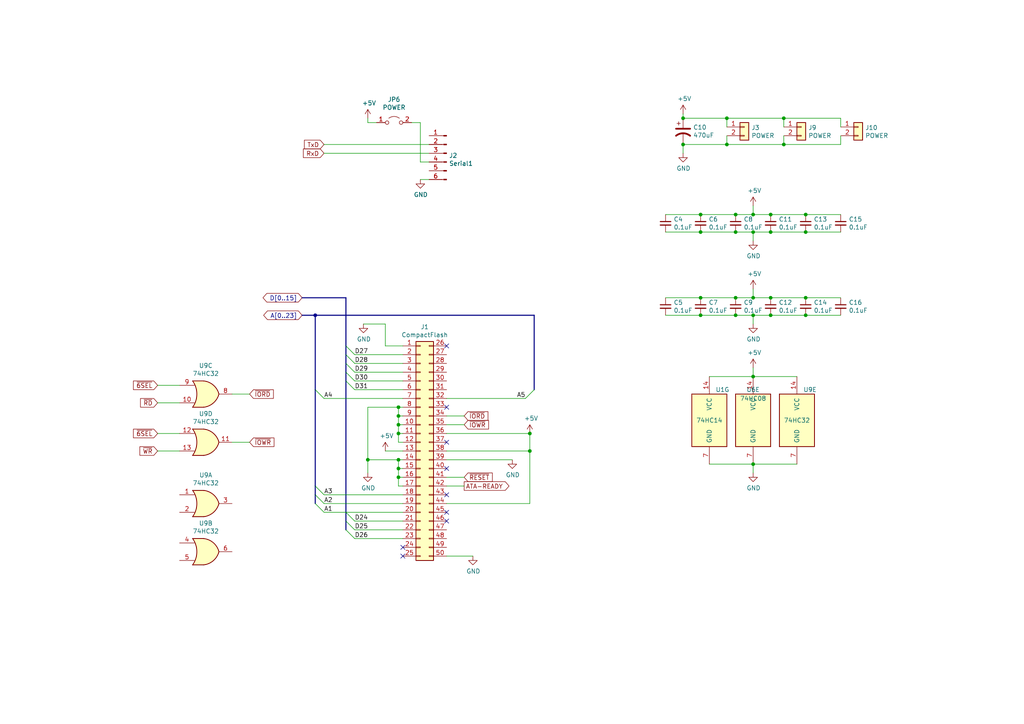
<source format=kicad_sch>
(kicad_sch (version 20211123) (generator eeschema)
  (paper "A4")
  (lib_symbols
    (symbol "74xx:74HC14" (pin_names (offset 1.016))
      (property "Reference" "U" (at 0 1.27 0))
      (property "Value" "74HC14" (at 0 -1.27 0))
      (symbol "74HC14_1_0"
        (polyline (pts (xy -3.81 3.81) (xy -3.81 -3.81) (xy 3.81 0) (xy -3.81 3.81)) (stroke (width 0.254)) (fill (type background)))
        (pin input line (at -7.62 0 0) (length 3.81) (name "~") (number "1"))
        (pin output inverted (at 7.62 0 180) (length 3.81) (name "~") (number "2"))
      )
      (symbol "74HC14_1_1"
        (polyline (pts (xy -1.905 -1.27) (xy -1.905 1.27) (xy -0.635 1.27)))
        (polyline (pts (xy -2.54 -1.27) (xy -0.635 -1.27) (xy -0.635 1.27) (xy 0 1.27)))
      )
      (symbol "74HC14_2_0"
        (polyline (pts (xy -3.81 3.81) (xy -3.81 -3.81) (xy 3.81 0) (xy -3.81 3.81)) (stroke (width 0.254)) (fill (type background)))
        (pin input line (at -7.62 0 0) (length 3.81) (name "~") (number "3"))
        (pin output inverted (at 7.62 0 180) (length 3.81) (name "~") (number "4"))
      )
      (symbol "74HC14_2_1"
        (polyline (pts (xy -1.905 -1.27) (xy -1.905 1.27) (xy -0.635 1.27)))
        (polyline (pts (xy -2.54 -1.27) (xy -0.635 -1.27) (xy -0.635 1.27) (xy 0 1.27)))
      )
      (symbol "74HC14_3_0"
        (polyline (pts (xy -3.81 3.81) (xy -3.81 -3.81) (xy 3.81 0) (xy -3.81 3.81)) (stroke (width 0.254)) (fill (type background)))
        (pin input line (at -7.62 0 0) (length 3.81) (name "~") (number "5"))
        (pin output inverted (at 7.62 0 180) (length 3.81) (name "~") (number "6"))
      )
      (symbol "74HC14_3_1"
        (polyline (pts (xy -1.905 -1.27) (xy -1.905 1.27) (xy -0.635 1.27)))
        (polyline (pts (xy -2.54 -1.27) (xy -0.635 -1.27) (xy -0.635 1.27) (xy 0 1.27)))
      )
      (symbol "74HC14_4_0"
        (polyline (pts (xy -3.81 3.81) (xy -3.81 -3.81) (xy 3.81 0) (xy -3.81 3.81)) (stroke (width 0.254)) (fill (type background)))
        (pin output inverted (at 7.62 0 180) (length 3.81) (name "~") (number "8"))
        (pin input line (at -7.62 0 0) (length 3.81) (name "~") (number "9"))
      )
      (symbol "74HC14_4_1"
        (polyline (pts (xy -1.905 -1.27) (xy -1.905 1.27) (xy -0.635 1.27)))
        (polyline (pts (xy -2.54 -1.27) (xy -0.635 -1.27) (xy -0.635 1.27) (xy 0 1.27)))
      )
      (symbol "74HC14_5_0"
        (polyline (pts (xy -3.81 3.81) (xy -3.81 -3.81) (xy 3.81 0) (xy -3.81 3.81)) (stroke (width 0.254)) (fill (type background)))
        (pin output inverted (at 7.62 0 180) (length 3.81) (name "~") (number "10"))
        (pin input line (at -7.62 0 0) (length 3.81) (name "~") (number "11"))
      )
      (symbol "74HC14_5_1"
        (polyline (pts (xy -1.905 -1.27) (xy -1.905 1.27) (xy -0.635 1.27)))
        (polyline (pts (xy -2.54 -1.27) (xy -0.635 -1.27) (xy -0.635 1.27) (xy 0 1.27)))
      )
      (symbol "74HC14_6_0"
        (polyline (pts (xy -3.81 3.81) (xy -3.81 -3.81) (xy 3.81 0) (xy -3.81 3.81)) (stroke (width 0.254)) (fill (type background)))
        (pin output inverted (at 7.62 0 180) (length 3.81) (name "~") (number "12"))
        (pin input line (at -7.62 0 0) (length 3.81) (name "~") (number "13"))
      )
      (symbol "74HC14_6_1"
        (polyline (pts (xy -1.905 -1.27) (xy -1.905 1.27) (xy -0.635 1.27)))
        (polyline (pts (xy -2.54 -1.27) (xy -0.635 -1.27) (xy -0.635 1.27) (xy 0 1.27)))
      )
      (symbol "74HC14_7_0"
        (pin power_in line (at 0 12.7 270) (length 5.08) (name "VCC") (number "14"))
        (pin power_in line (at 0 -12.7 90) (length 5.08) (name "GND") (number "7"))
      )
      (symbol "74HC14_7_1"
        (rectangle (start -5.08 7.62) (end 5.08 -7.62) (stroke (width 0.254)) (fill (type background)))
      )
    )
    (symbol "74xx:74LS08" (pin_names (offset 1.016))
      (property "Reference" "U" (at 0 1.27 0))
      (property "Value" "74LS08" (at 0 -1.27 0))
      (symbol "74LS08_1_1"
        (arc (start 0 -3.81) (mid 3.81 0) (end 0 3.81) (stroke (width 0.254)) (fill (type background)))
        (polyline (pts (xy 0 3.81) (xy -3.81 3.81) (xy -3.81 -3.81) (xy 0 -3.81)) (stroke (width 0.254)) (fill (type background)))
        (pin input line (at -7.62 2.54 0) (length 3.81) (name "~") (number "1"))
        (pin input line (at -7.62 -2.54 0) (length 3.81) (name "~") (number "2"))
        (pin output line (at 7.62 0 180) (length 3.81) (name "~") (number "3"))
      )
      (symbol "74LS08_1_2"
        (arc (start -3.81 -3.81) (mid -2.589 0) (end -3.81 3.81) (stroke (width 0.254)))
        (arc (start -0.6096 -3.81) (mid 2.1842 -2.5851) (end 3.81 0) (stroke (width 0.254)) (fill (type background)))
        (polyline (pts (xy -3.81 -3.81) (xy -0.635 -3.81)) (stroke (width 0.254)) (fill (type background)))
        (polyline (pts (xy -3.81 3.81) (xy -0.635 3.81)) (stroke (width 0.254)) (fill (type background)))
        (polyline (pts (xy -0.635 3.81) (xy -3.81 3.81) (xy -3.81 3.81) (xy -3.556 3.4036) (xy -3.0226 2.2606) (xy -2.6924 1.0414) (xy -2.6162 -0.254) (xy -2.7686 -1.4986) (xy -3.175 -2.7178) (xy -3.81 -3.81) (xy -3.81 -3.81) (xy -0.635 -3.81)) (stroke (width -25.4)) (fill (type background)))
        (arc (start 3.81 0) (mid 2.1915 2.5936) (end -0.6096 3.81) (stroke (width 0.254)) (fill (type background)))
        (pin input inverted (at -7.62 2.54 0) (length 4.318) (name "~") (number "1"))
        (pin input inverted (at -7.62 -2.54 0) (length 4.318) (name "~") (number "2"))
        (pin output inverted (at 7.62 0 180) (length 3.81) (name "~") (number "3"))
      )
      (symbol "74LS08_2_1"
        (arc (start 0 -3.81) (mid 3.81 0) (end 0 3.81) (stroke (width 0.254)) (fill (type background)))
        (polyline (pts (xy 0 3.81) (xy -3.81 3.81) (xy -3.81 -3.81) (xy 0 -3.81)) (stroke (width 0.254)) (fill (type background)))
        (pin input line (at -7.62 2.54 0) (length 3.81) (name "~") (number "4"))
        (pin input line (at -7.62 -2.54 0) (length 3.81) (name "~") (number "5"))
        (pin output line (at 7.62 0 180) (length 3.81) (name "~") (number "6"))
      )
      (symbol "74LS08_2_2"
        (arc (start -3.81 -3.81) (mid -2.589 0) (end -3.81 3.81) (stroke (width 0.254)))
        (arc (start -0.6096 -3.81) (mid 2.1842 -2.5851) (end 3.81 0) (stroke (width 0.254)) (fill (type background)))
        (polyline (pts (xy -3.81 -3.81) (xy -0.635 -3.81)) (stroke (width 0.254)) (fill (type background)))
        (polyline (pts (xy -3.81 3.81) (xy -0.635 3.81)) (stroke (width 0.254)) (fill (type background)))
        (polyline (pts (xy -0.635 3.81) (xy -3.81 3.81) (xy -3.81 3.81) (xy -3.556 3.4036) (xy -3.0226 2.2606) (xy -2.6924 1.0414) (xy -2.6162 -0.254) (xy -2.7686 -1.4986) (xy -3.175 -2.7178) (xy -3.81 -3.81) (xy -3.81 -3.81) (xy -0.635 -3.81)) (stroke (width -25.4)) (fill (type background)))
        (arc (start 3.81 0) (mid 2.1915 2.5936) (end -0.6096 3.81) (stroke (width 0.254)) (fill (type background)))
        (pin input inverted (at -7.62 2.54 0) (length 4.318) (name "~") (number "4"))
        (pin input inverted (at -7.62 -2.54 0) (length 4.318) (name "~") (number "5"))
        (pin output inverted (at 7.62 0 180) (length 3.81) (name "~") (number "6"))
      )
      (symbol "74LS08_3_1"
        (arc (start 0 -3.81) (mid 3.81 0) (end 0 3.81) (stroke (width 0.254)) (fill (type background)))
        (polyline (pts (xy 0 3.81) (xy -3.81 3.81) (xy -3.81 -3.81) (xy 0 -3.81)) (stroke (width 0.254)) (fill (type background)))
        (pin input line (at -7.62 -2.54 0) (length 3.81) (name "~") (number "10"))
        (pin output line (at 7.62 0 180) (length 3.81) (name "~") (number "8"))
        (pin input line (at -7.62 2.54 0) (length 3.81) (name "~") (number "9"))
      )
      (symbol "74LS08_3_2"
        (arc (start -3.81 -3.81) (mid -2.589 0) (end -3.81 3.81) (stroke (width 0.254)))
        (arc (start -0.6096 -3.81) (mid 2.1842 -2.5851) (end 3.81 0) (stroke (width 0.254)) (fill (type background)))
        (polyline (pts (xy -3.81 -3.81) (xy -0.635 -3.81)) (stroke (width 0.254)) (fill (type background)))
        (polyline (pts (xy -3.81 3.81) (xy -0.635 3.81)) (stroke (width 0.254)) (fill (type background)))
        (polyline (pts (xy -0.635 3.81) (xy -3.81 3.81) (xy -3.81 3.81) (xy -3.556 3.4036) (xy -3.0226 2.2606) (xy -2.6924 1.0414) (xy -2.6162 -0.254) (xy -2.7686 -1.4986) (xy -3.175 -2.7178) (xy -3.81 -3.81) (xy -3.81 -3.81) (xy -0.635 -3.81)) (stroke (width -25.4)) (fill (type background)))
        (arc (start 3.81 0) (mid 2.1915 2.5936) (end -0.6096 3.81) (stroke (width 0.254)) (fill (type background)))
        (pin input inverted (at -7.62 -2.54 0) (length 4.318) (name "~") (number "10"))
        (pin output inverted (at 7.62 0 180) (length 3.81) (name "~") (number "8"))
        (pin input inverted (at -7.62 2.54 0) (length 4.318) (name "~") (number "9"))
      )
      (symbol "74LS08_4_1"
        (arc (start 0 -3.81) (mid 3.81 0) (end 0 3.81) (stroke (width 0.254)) (fill (type background)))
        (polyline (pts (xy 0 3.81) (xy -3.81 3.81) (xy -3.81 -3.81) (xy 0 -3.81)) (stroke (width 0.254)) (fill (type background)))
        (pin output line (at 7.62 0 180) (length 3.81) (name "~") (number "11"))
        (pin input line (at -7.62 2.54 0) (length 3.81) (name "~") (number "12"))
        (pin input line (at -7.62 -2.54 0) (length 3.81) (name "~") (number "13"))
      )
      (symbol "74LS08_4_2"
        (arc (start -3.81 -3.81) (mid -2.589 0) (end -3.81 3.81) (stroke (width 0.254)))
        (arc (start -0.6096 -3.81) (mid 2.1842 -2.5851) (end 3.81 0) (stroke (width 0.254)) (fill (type background)))
        (polyline (pts (xy -3.81 -3.81) (xy -0.635 -3.81)) (stroke (width 0.254)) (fill (type background)))
        (polyline (pts (xy -3.81 3.81) (xy -0.635 3.81)) (stroke (width 0.254)) (fill (type background)))
        (polyline (pts (xy -0.635 3.81) (xy -3.81 3.81) (xy -3.81 3.81) (xy -3.556 3.4036) (xy -3.0226 2.2606) (xy -2.6924 1.0414) (xy -2.6162 -0.254) (xy -2.7686 -1.4986) (xy -3.175 -2.7178) (xy -3.81 -3.81) (xy -3.81 -3.81) (xy -0.635 -3.81)) (stroke (width -25.4)) (fill (type background)))
        (arc (start 3.81 0) (mid 2.1915 2.5936) (end -0.6096 3.81) (stroke (width 0.254)) (fill (type background)))
        (pin output inverted (at 7.62 0 180) (length 3.81) (name "~") (number "11"))
        (pin input inverted (at -7.62 2.54 0) (length 4.318) (name "~") (number "12"))
        (pin input inverted (at -7.62 -2.54 0) (length 4.318) (name "~") (number "13"))
      )
      (symbol "74LS08_5_0"
        (pin power_in line (at 0 12.7 270) (length 5.08) (name "VCC") (number "14"))
        (pin power_in line (at 0 -12.7 90) (length 5.08) (name "GND") (number "7"))
      )
      (symbol "74LS08_5_1"
        (rectangle (start -5.08 7.62) (end 5.08 -7.62) (stroke (width 0.254)) (fill (type background)))
      )
    )
    (symbol "74xx:74LS32" (pin_names (offset 1.016))
      (property "Reference" "U" (at 0 1.27 0))
      (property "Value" "74LS32" (at 0 -1.27 0))
      (symbol "74LS32_1_1"
        (arc (start -3.81 -3.81) (mid -2.589 0) (end -3.81 3.81) (stroke (width 0.254)))
        (arc (start -0.6096 -3.81) (mid 2.1842 -2.5851) (end 3.81 0) (stroke (width 0.254)) (fill (type background)))
        (polyline (pts (xy -3.81 -3.81) (xy -0.635 -3.81)) (stroke (width 0.254)) (fill (type background)))
        (polyline (pts (xy -3.81 3.81) (xy -0.635 3.81)) (stroke (width 0.254)) (fill (type background)))
        (polyline (pts (xy -0.635 3.81) (xy -3.81 3.81) (xy -3.81 3.81) (xy -3.556 3.4036) (xy -3.0226 2.2606) (xy -2.6924 1.0414) (xy -2.6162 -0.254) (xy -2.7686 -1.4986) (xy -3.175 -2.7178) (xy -3.81 -3.81) (xy -3.81 -3.81) (xy -0.635 -3.81)) (stroke (width -25.4)) (fill (type background)))
        (arc (start 3.81 0) (mid 2.1915 2.5936) (end -0.6096 3.81) (stroke (width 0.254)) (fill (type background)))
        (pin input line (at -7.62 2.54 0) (length 4.318) (name "~") (number "1"))
        (pin input line (at -7.62 -2.54 0) (length 4.318) (name "~") (number "2"))
        (pin output line (at 7.62 0 180) (length 3.81) (name "~") (number "3"))
      )
      (symbol "74LS32_1_2"
        (arc (start 0 -3.81) (mid 3.81 0) (end 0 3.81) (stroke (width 0.254)) (fill (type background)))
        (polyline (pts (xy 0 3.81) (xy -3.81 3.81) (xy -3.81 -3.81) (xy 0 -3.81)) (stroke (width 0.254)) (fill (type background)))
        (pin input inverted (at -7.62 2.54 0) (length 3.81) (name "~") (number "1"))
        (pin input inverted (at -7.62 -2.54 0) (length 3.81) (name "~") (number "2"))
        (pin output inverted (at 7.62 0 180) (length 3.81) (name "~") (number "3"))
      )
      (symbol "74LS32_2_1"
        (arc (start -3.81 -3.81) (mid -2.589 0) (end -3.81 3.81) (stroke (width 0.254)))
        (arc (start -0.6096 -3.81) (mid 2.1842 -2.5851) (end 3.81 0) (stroke (width 0.254)) (fill (type background)))
        (polyline (pts (xy -3.81 -3.81) (xy -0.635 -3.81)) (stroke (width 0.254)) (fill (type background)))
        (polyline (pts (xy -3.81 3.81) (xy -0.635 3.81)) (stroke (width 0.254)) (fill (type background)))
        (polyline (pts (xy -0.635 3.81) (xy -3.81 3.81) (xy -3.81 3.81) (xy -3.556 3.4036) (xy -3.0226 2.2606) (xy -2.6924 1.0414) (xy -2.6162 -0.254) (xy -2.7686 -1.4986) (xy -3.175 -2.7178) (xy -3.81 -3.81) (xy -3.81 -3.81) (xy -0.635 -3.81)) (stroke (width -25.4)) (fill (type background)))
        (arc (start 3.81 0) (mid 2.1915 2.5936) (end -0.6096 3.81) (stroke (width 0.254)) (fill (type background)))
        (pin input line (at -7.62 2.54 0) (length 4.318) (name "~") (number "4"))
        (pin input line (at -7.62 -2.54 0) (length 4.318) (name "~") (number "5"))
        (pin output line (at 7.62 0 180) (length 3.81) (name "~") (number "6"))
      )
      (symbol "74LS32_2_2"
        (arc (start 0 -3.81) (mid 3.81 0) (end 0 3.81) (stroke (width 0.254)) (fill (type background)))
        (polyline (pts (xy 0 3.81) (xy -3.81 3.81) (xy -3.81 -3.81) (xy 0 -3.81)) (stroke (width 0.254)) (fill (type background)))
        (pin input inverted (at -7.62 2.54 0) (length 3.81) (name "~") (number "4"))
        (pin input inverted (at -7.62 -2.54 0) (length 3.81) (name "~") (number "5"))
        (pin output inverted (at 7.62 0 180) (length 3.81) (name "~") (number "6"))
      )
      (symbol "74LS32_3_1"
        (arc (start -3.81 -3.81) (mid -2.589 0) (end -3.81 3.81) (stroke (width 0.254)))
        (arc (start -0.6096 -3.81) (mid 2.1842 -2.5851) (end 3.81 0) (stroke (width 0.254)) (fill (type background)))
        (polyline (pts (xy -3.81 -3.81) (xy -0.635 -3.81)) (stroke (width 0.254)) (fill (type background)))
        (polyline (pts (xy -3.81 3.81) (xy -0.635 3.81)) (stroke (width 0.254)) (fill (type background)))
        (polyline (pts (xy -0.635 3.81) (xy -3.81 3.81) (xy -3.81 3.81) (xy -3.556 3.4036) (xy -3.0226 2.2606) (xy -2.6924 1.0414) (xy -2.6162 -0.254) (xy -2.7686 -1.4986) (xy -3.175 -2.7178) (xy -3.81 -3.81) (xy -3.81 -3.81) (xy -0.635 -3.81)) (stroke (width -25.4)) (fill (type background)))
        (arc (start 3.81 0) (mid 2.1915 2.5936) (end -0.6096 3.81) (stroke (width 0.254)) (fill (type background)))
        (pin input line (at -7.62 -2.54 0) (length 4.318) (name "~") (number "10"))
        (pin output line (at 7.62 0 180) (length 3.81) (name "~") (number "8"))
        (pin input line (at -7.62 2.54 0) (length 4.318) (name "~") (number "9"))
      )
      (symbol "74LS32_3_2"
        (arc (start 0 -3.81) (mid 3.81 0) (end 0 3.81) (stroke (width 0.254)) (fill (type background)))
        (polyline (pts (xy 0 3.81) (xy -3.81 3.81) (xy -3.81 -3.81) (xy 0 -3.81)) (stroke (width 0.254)) (fill (type background)))
        (pin input inverted (at -7.62 -2.54 0) (length 3.81) (name "~") (number "10"))
        (pin output inverted (at 7.62 0 180) (length 3.81) (name "~") (number "8"))
        (pin input inverted (at -7.62 2.54 0) (length 3.81) (name "~") (number "9"))
      )
      (symbol "74LS32_4_1"
        (arc (start -3.81 -3.81) (mid -2.589 0) (end -3.81 3.81) (stroke (width 0.254)))
        (arc (start -0.6096 -3.81) (mid 2.1842 -2.5851) (end 3.81 0) (stroke (width 0.254)) (fill (type background)))
        (polyline (pts (xy -3.81 -3.81) (xy -0.635 -3.81)) (stroke (width 0.254)) (fill (type background)))
        (polyline (pts (xy -3.81 3.81) (xy -0.635 3.81)) (stroke (width 0.254)) (fill (type background)))
        (polyline (pts (xy -0.635 3.81) (xy -3.81 3.81) (xy -3.81 3.81) (xy -3.556 3.4036) (xy -3.0226 2.2606) (xy -2.6924 1.0414) (xy -2.6162 -0.254) (xy -2.7686 -1.4986) (xy -3.175 -2.7178) (xy -3.81 -3.81) (xy -3.81 -3.81) (xy -0.635 -3.81)) (stroke (width -25.4)) (fill (type background)))
        (arc (start 3.81 0) (mid 2.1915 2.5936) (end -0.6096 3.81) (stroke (width 0.254)) (fill (type background)))
        (pin output line (at 7.62 0 180) (length 3.81) (name "~") (number "11"))
        (pin input line (at -7.62 2.54 0) (length 4.318) (name "~") (number "12"))
        (pin input line (at -7.62 -2.54 0) (length 4.318) (name "~") (number "13"))
      )
      (symbol "74LS32_4_2"
        (arc (start 0 -3.81) (mid 3.81 0) (end 0 3.81) (stroke (width 0.254)) (fill (type background)))
        (polyline (pts (xy 0 3.81) (xy -3.81 3.81) (xy -3.81 -3.81) (xy 0 -3.81)) (stroke (width 0.254)) (fill (type background)))
        (pin output inverted (at 7.62 0 180) (length 3.81) (name "~") (number "11"))
        (pin input inverted (at -7.62 2.54 0) (length 3.81) (name "~") (number "12"))
        (pin input inverted (at -7.62 -2.54 0) (length 3.81) (name "~") (number "13"))
      )
      (symbol "74LS32_5_0"
        (pin power_in line (at 0 12.7 270) (length 5.08) (name "VCC") (number "14"))
        (pin power_in line (at 0 -12.7 90) (length 5.08) (name "GND") (number "7"))
      )
      (symbol "74LS32_5_1"
        (rectangle (start -5.08 7.62) (end 5.08 -7.62) (stroke (width 0.254)) (fill (type background)))
      )
    )
    (symbol "Connector:Conn_01x06_Male" (pin_names (offset 1.016) hide)
      (property "Reference" "J" (at 0 7.62 0))
      (property "Value" "Conn_01x06_Male" (at 0 -10.16 0))
      (symbol "Conn_01x06_Male_1_1"
        (polyline (pts (xy 1.27 -7.62) (xy 0.8636 -7.62)) (stroke (width 0.1524)))
        (polyline (pts (xy 1.27 -5.08) (xy 0.8636 -5.08)) (stroke (width 0.1524)))
        (polyline (pts (xy 1.27 -2.54) (xy 0.8636 -2.54)) (stroke (width 0.1524)))
        (polyline (pts (xy 1.27 0) (xy 0.8636 0)) (stroke (width 0.1524)))
        (polyline (pts (xy 1.27 2.54) (xy 0.8636 2.54)) (stroke (width 0.1524)))
        (polyline (pts (xy 1.27 5.08) (xy 0.8636 5.08)) (stroke (width 0.1524)))
        (rectangle (start 0.8636 -7.493) (end 0 -7.747) (stroke (width 0.1524)) (fill (type outline)))
        (rectangle (start 0.8636 -4.953) (end 0 -5.207) (stroke (width 0.1524)) (fill (type outline)))
        (rectangle (start 0.8636 -2.413) (end 0 -2.667) (stroke (width 0.1524)) (fill (type outline)))
        (rectangle (start 0.8636 0.127) (end 0 -0.127) (stroke (width 0.1524)) (fill (type outline)))
        (rectangle (start 0.8636 2.667) (end 0 2.413) (stroke (width 0.1524)) (fill (type outline)))
        (rectangle (start 0.8636 5.207) (end 0 4.953) (stroke (width 0.1524)) (fill (type outline)))
        (pin passive line (at 5.08 5.08 180) (length 3.81) (name "Pin_1") (number "1"))
        (pin passive line (at 5.08 2.54 180) (length 3.81) (name "Pin_2") (number "2"))
        (pin passive line (at 5.08 0 180) (length 3.81) (name "Pin_3") (number "3"))
        (pin passive line (at 5.08 -2.54 180) (length 3.81) (name "Pin_4") (number "4"))
        (pin passive line (at 5.08 -5.08 180) (length 3.81) (name "Pin_5") (number "5"))
        (pin passive line (at 5.08 -7.62 180) (length 3.81) (name "Pin_6") (number "6"))
      )
    )
    (symbol "Connector_Generic:Conn_01x02" (pin_names (offset 1.016) hide)
      (property "Reference" "J" (at 0 2.54 0))
      (property "Value" "Conn_01x02" (at 0 -5.08 0))
      (symbol "Conn_01x02_1_1"
        (rectangle (start -1.27 -2.413) (end 0 -2.667) (stroke (width 0.1524)))
        (rectangle (start -1.27 0.127) (end 0 -0.127) (stroke (width 0.1524)))
        (rectangle (start -1.27 1.27) (end 1.27 -3.81) (stroke (width 0.254)) (fill (type background)))
        (pin passive line (at -5.08 0 0) (length 3.81) (name "Pin_1") (number "1"))
        (pin passive line (at -5.08 -2.54 0) (length 3.81) (name "Pin_2") (number "2"))
      )
    )
    (symbol "Connector_Generic:Conn_02x25_Top_Bottom" (pin_names (offset 1.016) hide)
      (property "Reference" "J" (at 1.27 33.02 0))
      (property "Value" "Conn_02x25_Top_Bottom" (at 1.27 -33.02 0))
      (symbol "Conn_02x25_Top_Bottom_1_1"
        (rectangle (start -1.27 -30.353) (end 0 -30.607) (stroke (width 0.1524)))
        (rectangle (start -1.27 -27.813) (end 0 -28.067) (stroke (width 0.1524)))
        (rectangle (start -1.27 -25.273) (end 0 -25.527) (stroke (width 0.1524)))
        (rectangle (start -1.27 -22.733) (end 0 -22.987) (stroke (width 0.1524)))
        (rectangle (start -1.27 -20.193) (end 0 -20.447) (stroke (width 0.1524)))
        (rectangle (start -1.27 -17.653) (end 0 -17.907) (stroke (width 0.1524)))
        (rectangle (start -1.27 -15.113) (end 0 -15.367) (stroke (width 0.1524)))
        (rectangle (start -1.27 -12.573) (end 0 -12.827) (stroke (width 0.1524)))
        (rectangle (start -1.27 -10.033) (end 0 -10.287) (stroke (width 0.1524)))
        (rectangle (start -1.27 -7.493) (end 0 -7.747) (stroke (width 0.1524)))
        (rectangle (start -1.27 -4.953) (end 0 -5.207) (stroke (width 0.1524)))
        (rectangle (start -1.27 -2.413) (end 0 -2.667) (stroke (width 0.1524)))
        (rectangle (start -1.27 0.127) (end 0 -0.127) (stroke (width 0.1524)))
        (rectangle (start -1.27 2.667) (end 0 2.413) (stroke (width 0.1524)))
        (rectangle (start -1.27 5.207) (end 0 4.953) (stroke (width 0.1524)))
        (rectangle (start -1.27 7.747) (end 0 7.493) (stroke (width 0.1524)))
        (rectangle (start -1.27 10.287) (end 0 10.033) (stroke (width 0.1524)))
        (rectangle (start -1.27 12.827) (end 0 12.573) (stroke (width 0.1524)))
        (rectangle (start -1.27 15.367) (end 0 15.113) (stroke (width 0.1524)))
        (rectangle (start -1.27 17.907) (end 0 17.653) (stroke (width 0.1524)))
        (rectangle (start -1.27 20.447) (end 0 20.193) (stroke (width 0.1524)))
        (rectangle (start -1.27 22.987) (end 0 22.733) (stroke (width 0.1524)))
        (rectangle (start -1.27 25.527) (end 0 25.273) (stroke (width 0.1524)))
        (rectangle (start -1.27 28.067) (end 0 27.813) (stroke (width 0.1524)))
        (rectangle (start -1.27 30.607) (end 0 30.353) (stroke (width 0.1524)))
        (rectangle (start -1.27 31.75) (end 3.81 -31.75) (stroke (width 0.254)) (fill (type background)))
        (rectangle (start 3.81 -30.353) (end 2.54 -30.607) (stroke (width 0.1524)))
        (rectangle (start 3.81 -27.813) (end 2.54 -28.067) (stroke (width 0.1524)))
        (rectangle (start 3.81 -25.273) (end 2.54 -25.527) (stroke (width 0.1524)))
        (rectangle (start 3.81 -22.733) (end 2.54 -22.987) (stroke (width 0.1524)))
        (rectangle (start 3.81 -20.193) (end 2.54 -20.447) (stroke (width 0.1524)))
        (rectangle (start 3.81 -17.653) (end 2.54 -17.907) (stroke (width 0.1524)))
        (rectangle (start 3.81 -15.113) (end 2.54 -15.367) (stroke (width 0.1524)))
        (rectangle (start 3.81 -12.573) (end 2.54 -12.827) (stroke (width 0.1524)))
        (rectangle (start 3.81 -10.033) (end 2.54 -10.287) (stroke (width 0.1524)))
        (rectangle (start 3.81 -7.493) (end 2.54 -7.747) (stroke (width 0.1524)))
        (rectangle (start 3.81 -4.953) (end 2.54 -5.207) (stroke (width 0.1524)))
        (rectangle (start 3.81 -2.413) (end 2.54 -2.667) (stroke (width 0.1524)))
        (rectangle (start 3.81 0.127) (end 2.54 -0.127) (stroke (width 0.1524)))
        (rectangle (start 3.81 2.667) (end 2.54 2.413) (stroke (width 0.1524)))
        (rectangle (start 3.81 5.207) (end 2.54 4.953) (stroke (width 0.1524)))
        (rectangle (start 3.81 7.747) (end 2.54 7.493) (stroke (width 0.1524)))
        (rectangle (start 3.81 10.287) (end 2.54 10.033) (stroke (width 0.1524)))
        (rectangle (start 3.81 12.827) (end 2.54 12.573) (stroke (width 0.1524)))
        (rectangle (start 3.81 15.367) (end 2.54 15.113) (stroke (width 0.1524)))
        (rectangle (start 3.81 17.907) (end 2.54 17.653) (stroke (width 0.1524)))
        (rectangle (start 3.81 20.447) (end 2.54 20.193) (stroke (width 0.1524)))
        (rectangle (start 3.81 22.987) (end 2.54 22.733) (stroke (width 0.1524)))
        (rectangle (start 3.81 25.527) (end 2.54 25.273) (stroke (width 0.1524)))
        (rectangle (start 3.81 28.067) (end 2.54 27.813) (stroke (width 0.1524)))
        (rectangle (start 3.81 30.607) (end 2.54 30.353) (stroke (width 0.1524)))
        (pin passive line (at -5.08 30.48 0) (length 3.81) (name "Pin_1") (number "1"))
        (pin passive line (at -5.08 7.62 0) (length 3.81) (name "Pin_10") (number "10"))
        (pin passive line (at -5.08 5.08 0) (length 3.81) (name "Pin_11") (number "11"))
        (pin passive line (at -5.08 2.54 0) (length 3.81) (name "Pin_12") (number "12"))
        (pin passive line (at -5.08 0 0) (length 3.81) (name "Pin_13") (number "13"))
        (pin passive line (at -5.08 -2.54 0) (length 3.81) (name "Pin_14") (number "14"))
        (pin passive line (at -5.08 -5.08 0) (length 3.81) (name "Pin_15") (number "15"))
        (pin passive line (at -5.08 -7.62 0) (length 3.81) (name "Pin_16") (number "16"))
        (pin passive line (at -5.08 -10.16 0) (length 3.81) (name "Pin_17") (number "17"))
        (pin passive line (at -5.08 -12.7 0) (length 3.81) (name "Pin_18") (number "18"))
        (pin passive line (at -5.08 -15.24 0) (length 3.81) (name "Pin_19") (number "19"))
        (pin passive line (at -5.08 27.94 0) (length 3.81) (name "Pin_2") (number "2"))
        (pin passive line (at -5.08 -17.78 0) (length 3.81) (name "Pin_20") (number "20"))
        (pin passive line (at -5.08 -20.32 0) (length 3.81) (name "Pin_21") (number "21"))
        (pin passive line (at -5.08 -22.86 0) (length 3.81) (name "Pin_22") (number "22"))
        (pin passive line (at -5.08 -25.4 0) (length 3.81) (name "Pin_23") (number "23"))
        (pin passive line (at -5.08 -27.94 0) (length 3.81) (name "Pin_24") (number "24"))
        (pin passive line (at -5.08 -30.48 0) (length 3.81) (name "Pin_25") (number "25"))
        (pin passive line (at 7.62 30.48 180) (length 3.81) (name "Pin_26") (number "26"))
        (pin passive line (at 7.62 27.94 180) (length 3.81) (name "Pin_27") (number "27"))
        (pin passive line (at 7.62 25.4 180) (length 3.81) (name "Pin_28") (number "28"))
        (pin passive line (at 7.62 22.86 180) (length 3.81) (name "Pin_29") (number "29"))
        (pin passive line (at -5.08 25.4 0) (length 3.81) (name "Pin_3") (number "3"))
        (pin passive line (at 7.62 20.32 180) (length 3.81) (name "Pin_30") (number "30"))
        (pin passive line (at 7.62 17.78 180) (length 3.81) (name "Pin_31") (number "31"))
        (pin passive line (at 7.62 15.24 180) (length 3.81) (name "Pin_32") (number "32"))
        (pin passive line (at 7.62 12.7 180) (length 3.81) (name "Pin_33") (number "33"))
        (pin passive line (at 7.62 10.16 180) (length 3.81) (name "Pin_34") (number "34"))
        (pin passive line (at 7.62 7.62 180) (length 3.81) (name "Pin_35") (number "35"))
        (pin passive line (at 7.62 5.08 180) (length 3.81) (name "Pin_36") (number "36"))
        (pin passive line (at 7.62 2.54 180) (length 3.81) (name "Pin_37") (number "37"))
        (pin passive line (at 7.62 0 180) (length 3.81) (name "Pin_38") (number "38"))
        (pin passive line (at 7.62 -2.54 180) (length 3.81) (name "Pin_39") (number "39"))
        (pin passive line (at -5.08 22.86 0) (length 3.81) (name "Pin_4") (number "4"))
        (pin passive line (at 7.62 -5.08 180) (length 3.81) (name "Pin_40") (number "40"))
        (pin passive line (at 7.62 -7.62 180) (length 3.81) (name "Pin_41") (number "41"))
        (pin passive line (at 7.62 -10.16 180) (length 3.81) (name "Pin_42") (number "42"))
        (pin passive line (at 7.62 -12.7 180) (length 3.81) (name "Pin_43") (number "43"))
        (pin passive line (at 7.62 -15.24 180) (length 3.81) (name "Pin_44") (number "44"))
        (pin passive line (at 7.62 -17.78 180) (length 3.81) (name "Pin_45") (number "45"))
        (pin passive line (at 7.62 -20.32 180) (length 3.81) (name "Pin_46") (number "46"))
        (pin passive line (at 7.62 -22.86 180) (length 3.81) (name "Pin_47") (number "47"))
        (pin passive line (at 7.62 -25.4 180) (length 3.81) (name "Pin_48") (number "48"))
        (pin passive line (at 7.62 -27.94 180) (length 3.81) (name "Pin_49") (number "49"))
        (pin passive line (at -5.08 20.32 0) (length 3.81) (name "Pin_5") (number "5"))
        (pin passive line (at 7.62 -30.48 180) (length 3.81) (name "Pin_50") (number "50"))
        (pin passive line (at -5.08 17.78 0) (length 3.81) (name "Pin_6") (number "6"))
        (pin passive line (at -5.08 15.24 0) (length 3.81) (name "Pin_7") (number "7"))
        (pin passive line (at -5.08 12.7 0) (length 3.81) (name "Pin_8") (number "8"))
        (pin passive line (at -5.08 10.16 0) (length 3.81) (name "Pin_9") (number "9"))
      )
    )
    (symbol "Device:C_Polarized_US" (pin_numbers hide) (pin_names (offset 0.254) hide)
      (property "Reference" "C" (at 0.635 2.54 0))
      (property "Value" "C_Polarized_US" (at 0.635 -2.54 0))
      (symbol "C_Polarized_US_0_1"
        (polyline (pts (xy -2.032 0.762) (xy 2.032 0.762)) (stroke (width 0.508)))
        (polyline (pts (xy -1.778 2.286) (xy -0.762 2.286)))
        (polyline (pts (xy -1.27 1.778) (xy -1.27 2.794)))
        (arc (start 2.032 -1.27) (mid 0 -0.5572) (end -2.032 -1.27) (stroke (width 0.508)))
      )
      (symbol "C_Polarized_US_1_1"
        (pin passive line (at 0 3.81 270) (length 2.794) (name "~") (number "1"))
        (pin passive line (at 0 -3.81 90) (length 3.302) (name "~") (number "2"))
      )
    )
    (symbol "Device:C_Small" (pin_numbers hide) (pin_names (offset 0.254) hide)
      (property "Reference" "C" (at 0.254 1.778 0))
      (property "Value" "C_Small" (at 0.254 -2.032 0))
      (symbol "C_Small_0_1"
        (polyline (pts (xy -1.524 -0.508) (xy 1.524 -0.508)) (stroke (width 0.3302)))
        (polyline (pts (xy -1.524 0.508) (xy 1.524 0.508)) (stroke (width 0.3048)))
      )
      (symbol "C_Small_1_1"
        (pin passive line (at 0 2.54 270) (length 2.032) (name "~") (number "1"))
        (pin passive line (at 0 -2.54 90) (length 2.032) (name "~") (number "2"))
      )
    )
    (symbol "Jumper:Jumper_2_Open" (pin_names (offset 0) hide)
      (property "Reference" "JP" (at 0 2.794 0))
      (property "Value" "Jumper_2_Open" (at 0 -2.286 0))
      (symbol "Jumper_2_Open_0_0"
        (circle (center -2.032 0) (radius 0.508))
        (circle (center 2.032 0) (radius 0.508))
      )
      (symbol "Jumper_2_Open_0_1"
        (arc (start 1.524 1.27) (mid 0 1.778) (end -1.524 1.27))
      )
      (symbol "Jumper_2_Open_1_1"
        (pin passive line (at -5.08 0 0) (length 2.54) (name "A") (number "1"))
        (pin passive line (at 5.08 0 180) (length 2.54) (name "B") (number "2"))
      )
    )
    (symbol "power:+5V" (power) (pin_names (offset 0))
      (property "Value" "+5V" (at 0 3.556 0))
      (symbol "+5V_0_1"
        (polyline (pts (xy -0.762 1.27) (xy 0 2.54)))
        (polyline (pts (xy 0 0) (xy 0 2.54)))
        (polyline (pts (xy 0 2.54) (xy 0.762 1.27)))
      )
      (symbol "+5V_1_1"
        (pin power_in line (at 0 0 90) (length 0) hide (name "+5V") (number "1"))
      )
    )
    (symbol "power:GND" (power) (pin_names (offset 0))
      (property "Value" "GND" (at 0 -3.81 0))
      (symbol "GND_0_1"
        (polyline (pts (xy 0 0) (xy 0 -1.27) (xy 1.27 -1.27) (xy 0 -2.54) (xy -1.27 -1.27) (xy 0 -1.27)))
      )
      (symbol "GND_1_1"
        (pin power_in line (at 0 0 270) (length 0) hide (name "GND") (number "1"))
      )
    )
  )
  (junction (at 203.2 62.23))
  (junction (at 223.52 67.31))
  (junction (at 213.36 86.36))
  (junction (at 210.82 41.91))
  (junction (at 115.57 123.19))
  (junction (at 223.52 91.44))
  (junction (at 115.57 133.35))
  (junction (at 227.33 34.29))
  (junction (at 213.36 91.44))
  (junction (at 115.57 118.11))
  (junction (at 198.12 41.91))
  (junction (at 218.44 67.31))
  (junction (at 213.36 67.31))
  (junction (at 233.68 62.23))
  (junction (at 153.67 130.81))
  (junction (at 218.44 91.44))
  (junction (at 106.68 133.35))
  (junction (at 91.44 91.44))
  (junction (at 218.44 109.22))
  (junction (at 203.2 67.31))
  (junction (at 198.12 34.29))
  (junction (at 223.52 62.23))
  (junction (at 233.68 91.44))
  (junction (at 233.68 86.36))
  (junction (at 210.82 34.29))
  (junction (at 115.57 120.65))
  (junction (at 203.2 86.36))
  (junction (at 115.57 138.43))
  (junction (at 218.44 62.23))
  (junction (at 213.36 62.23))
  (junction (at 153.67 125.73))
  (junction (at 218.44 134.62))
  (junction (at 115.57 135.89))
  (junction (at 227.33 41.91))
  (junction (at 233.68 67.31))
  (junction (at 218.44 86.36))
  (junction (at 223.52 86.36))
  (junction (at 115.57 125.73))
  (junction (at 203.2 91.44))
  (no_connect (at 129.54 118.11))
  (no_connect (at 129.54 151.13))
  (no_connect (at 129.54 128.27))
  (no_connect (at 116.84 158.75))
  (no_connect (at 129.54 143.51))
  (no_connect (at 129.54 135.89))
  (no_connect (at 129.54 148.59))
  (no_connect (at 116.84 161.29))
  (no_connect (at 129.54 100.33))
  (bus_entry (at 102.87 156.21) (size -2.54 -2.54))
  (bus_entry (at 102.87 102.87) (size -2.54 -2.54))
  (bus_entry (at 102.87 107.95) (size -2.54 -2.54))
  (bus_entry (at 102.87 110.49) (size -2.54 -2.54))
  (bus_entry (at 102.87 153.67) (size -2.54 -2.54))
  (bus_entry (at 102.87 151.13) (size -2.54 -2.54))
  (bus_entry (at 93.98 143.51) (size -2.54 -2.54))
  (bus_entry (at 93.98 148.59) (size -2.54 -2.54))
  (bus_entry (at 102.87 113.03) (size -2.54 -2.54))
  (bus_entry (at 152.4 115.57) (size 2.54 -2.54))
  (bus_entry (at 93.98 115.57) (size -2.54 -2.54))
  (bus_entry (at 102.87 105.41) (size -2.54 -2.54))
  (bus_entry (at 93.98 146.05) (size -2.54 -2.54))
  (wire (pts (xy 116.84 146.05) (xy 93.98 146.05)))
  (wire (pts (xy 45.72 111.76) (xy 52.07 111.76)))
  (wire (pts (xy 193.04 91.44) (xy 203.2 91.44)))
  (wire (pts (xy 218.44 59.69) (xy 218.44 62.23)))
  (wire (pts (xy 203.2 62.23) (xy 213.36 62.23)))
  (wire (pts (xy 218.44 86.36) (xy 223.52 86.36)))
  (wire (pts (xy 203.2 86.36) (xy 213.36 86.36)))
  (wire (pts (xy 67.31 128.27) (xy 72.39 128.27)))
  (wire (pts (xy 116.84 105.41) (xy 102.87 105.41)))
  (wire (pts (xy 105.41 93.98) (xy 111.76 93.98)))
  (wire (pts (xy 198.12 34.29) (xy 210.82 34.29)))
  (wire (pts (xy 198.12 41.91) (xy 210.82 41.91)))
  (wire (pts (xy 205.74 134.62) (xy 218.44 134.62)))
  (wire (pts (xy 115.57 140.97) (xy 115.57 138.43)))
  (wire (pts (xy 111.76 130.81) (xy 116.84 130.81)))
  (wire (pts (xy 106.68 34.29) (xy 106.68 35.56)))
  (wire (pts (xy 243.84 34.29) (xy 243.84 36.83)))
  (wire (pts (xy 129.54 140.97) (xy 134.62 140.97)))
  (bus (pts (xy 91.44 140.97) (xy 91.44 143.51)))
  (wire (pts (xy 115.57 118.11) (xy 116.84 118.11)))
  (wire (pts (xy 223.52 86.36) (xy 233.68 86.36)))
  (wire (pts (xy 227.33 34.29) (xy 243.84 34.29)))
  (wire (pts (xy 116.84 151.13) (xy 102.87 151.13)))
  (wire (pts (xy 218.44 91.44) (xy 218.44 93.98)))
  (wire (pts (xy 116.84 115.57) (xy 93.98 115.57)))
  (wire (pts (xy 213.36 91.44) (xy 203.2 91.44)))
  (wire (pts (xy 116.84 133.35) (xy 115.57 133.35)))
  (wire (pts (xy 233.68 62.23) (xy 243.84 62.23)))
  (wire (pts (xy 227.33 41.91) (xy 227.33 39.37)))
  (wire (pts (xy 227.33 41.91) (xy 243.84 41.91)))
  (bus (pts (xy 100.33 148.59) (xy 100.33 151.13)))
  (wire (pts (xy 129.54 123.19) (xy 134.62 123.19)))
  (wire (pts (xy 115.57 120.65) (xy 115.57 118.11)))
  (wire (pts (xy 116.84 156.21) (xy 102.87 156.21)))
  (bus (pts (xy 154.94 91.44) (xy 154.94 113.03)))
  (wire (pts (xy 218.44 109.22) (xy 231.14 109.22)))
  (wire (pts (xy 243.84 67.31) (xy 233.68 67.31)))
  (wire (pts (xy 218.44 62.23) (xy 223.52 62.23)))
  (wire (pts (xy 223.52 62.23) (xy 233.68 62.23)))
  (bus (pts (xy 100.33 151.13) (xy 100.33 153.67)))
  (wire (pts (xy 193.04 86.36) (xy 203.2 86.36)))
  (wire (pts (xy 93.98 44.45) (xy 124.46 44.45)))
  (wire (pts (xy 115.57 123.19) (xy 115.57 120.65)))
  (wire (pts (xy 152.4 115.57) (xy 129.54 115.57)))
  (bus (pts (xy 100.33 102.87) (xy 100.33 105.41)))
  (wire (pts (xy 116.84 113.03) (xy 102.87 113.03)))
  (wire (pts (xy 116.84 143.51) (xy 93.98 143.51)))
  (wire (pts (xy 106.68 118.11) (xy 115.57 118.11)))
  (bus (pts (xy 100.33 86.36) (xy 87.63 86.36)))
  (wire (pts (xy 115.57 128.27) (xy 115.57 125.73)))
  (wire (pts (xy 45.72 130.81) (xy 52.07 130.81)))
  (wire (pts (xy 116.84 128.27) (xy 115.57 128.27)))
  (wire (pts (xy 116.84 123.19) (xy 115.57 123.19)))
  (wire (pts (xy 106.68 35.56) (xy 109.22 35.56)))
  (bus (pts (xy 91.44 143.51) (xy 91.44 146.05)))
  (wire (pts (xy 218.44 67.31) (xy 213.36 67.31)))
  (wire (pts (xy 106.68 133.35) (xy 106.68 137.16)))
  (wire (pts (xy 115.57 138.43) (xy 115.57 135.89)))
  (wire (pts (xy 218.44 91.44) (xy 213.36 91.44)))
  (wire (pts (xy 100.33 148.59) (xy 116.84 148.59)))
  (bus (pts (xy 87.63 91.44) (xy 91.44 91.44)))
  (wire (pts (xy 45.72 116.84) (xy 52.07 116.84)))
  (wire (pts (xy 218.44 67.31) (xy 218.44 69.85)))
  (wire (pts (xy 129.54 133.35) (xy 148.59 133.35)))
  (bus (pts (xy 100.33 110.49) (xy 100.33 148.59)))
  (wire (pts (xy 205.74 109.22) (xy 218.44 109.22)))
  (wire (pts (xy 210.82 34.29) (xy 227.33 34.29)))
  (wire (pts (xy 124.46 52.07) (xy 121.92 52.07)))
  (wire (pts (xy 210.82 41.91) (xy 210.82 39.37)))
  (wire (pts (xy 45.72 125.73) (xy 52.07 125.73)))
  (wire (pts (xy 116.84 138.43) (xy 115.57 138.43)))
  (wire (pts (xy 218.44 134.62) (xy 231.14 134.62)))
  (wire (pts (xy 115.57 133.35) (xy 115.57 135.89)))
  (wire (pts (xy 116.84 110.49) (xy 102.87 110.49)))
  (wire (pts (xy 129.54 146.05) (xy 153.67 146.05)))
  (wire (pts (xy 93.98 148.59) (xy 100.33 148.59)))
  (wire (pts (xy 153.67 146.05) (xy 153.67 130.81)))
  (wire (pts (xy 218.44 134.62) (xy 218.44 137.16)))
  (wire (pts (xy 116.84 125.73) (xy 115.57 125.73)))
  (wire (pts (xy 115.57 133.35) (xy 106.68 133.35)))
  (wire (pts (xy 116.84 102.87) (xy 102.87 102.87)))
  (wire (pts (xy 121.92 46.99) (xy 124.46 46.99)))
  (wire (pts (xy 106.68 118.11) (xy 106.68 133.35)))
  (bus (pts (xy 91.44 91.44) (xy 91.44 113.03)))
  (bus (pts (xy 91.44 91.44) (xy 154.94 91.44)))
  (wire (pts (xy 223.52 91.44) (xy 218.44 91.44)))
  (wire (pts (xy 198.12 34.29) (xy 198.12 33.02)))
  (wire (pts (xy 116.84 153.67) (xy 102.87 153.67)))
  (wire (pts (xy 213.36 86.36) (xy 218.44 86.36)))
  (wire (pts (xy 137.16 161.29) (xy 129.54 161.29)))
  (wire (pts (xy 129.54 130.81) (xy 153.67 130.81)))
  (wire (pts (xy 93.98 41.91) (xy 124.46 41.91)))
  (wire (pts (xy 243.84 41.91) (xy 243.84 39.37)))
  (bus (pts (xy 100.33 105.41) (xy 100.33 107.95)))
  (wire (pts (xy 119.38 35.56) (xy 121.92 35.56)))
  (wire (pts (xy 223.52 67.31) (xy 218.44 67.31)))
  (wire (pts (xy 153.67 130.81) (xy 153.67 125.73)))
  (wire (pts (xy 129.54 120.65) (xy 134.62 120.65)))
  (bus (pts (xy 100.33 107.95) (xy 100.33 110.49)))
  (wire (pts (xy 67.31 114.3) (xy 72.39 114.3)))
  (wire (pts (xy 111.76 93.98) (xy 111.76 100.33)))
  (wire (pts (xy 227.33 34.29) (xy 227.33 36.83)))
  (wire (pts (xy 198.12 44.45) (xy 198.12 41.91)))
  (wire (pts (xy 111.76 100.33) (xy 116.84 100.33)))
  (wire (pts (xy 210.82 34.29) (xy 210.82 36.83)))
  (wire (pts (xy 203.2 67.31) (xy 193.04 67.31)))
  (wire (pts (xy 129.54 138.43) (xy 134.62 138.43)))
  (wire (pts (xy 116.84 140.97) (xy 115.57 140.97)))
  (wire (pts (xy 243.84 91.44) (xy 233.68 91.44)))
  (wire (pts (xy 233.68 86.36) (xy 243.84 86.36)))
  (bus (pts (xy 91.44 113.03) (xy 91.44 140.97)))
  (wire (pts (xy 233.68 91.44) (xy 223.52 91.44)))
  (wire (pts (xy 233.68 67.31) (xy 223.52 67.31)))
  (wire (pts (xy 115.57 120.65) (xy 116.84 120.65)))
  (wire (pts (xy 218.44 106.68) (xy 218.44 109.22)))
  (wire (pts (xy 213.36 62.23) (xy 218.44 62.23)))
  (wire (pts (xy 153.67 125.73) (xy 129.54 125.73)))
  (wire (pts (xy 115.57 125.73) (xy 115.57 123.19)))
  (wire (pts (xy 121.92 35.56) (xy 121.92 46.99)))
  (wire (pts (xy 218.44 83.82) (xy 218.44 86.36)))
  (wire (pts (xy 210.82 41.91) (xy 227.33 41.91)))
  (bus (pts (xy 100.33 86.36) (xy 100.33 100.33)))
  (wire (pts (xy 115.57 135.89) (xy 116.84 135.89)))
  (wire (pts (xy 193.04 62.23) (xy 203.2 62.23)))
  (bus (pts (xy 100.33 100.33) (xy 100.33 102.87)))
  (wire (pts (xy 213.36 67.31) (xy 203.2 67.31)))
  (wire (pts (xy 116.84 107.95) (xy 102.87 107.95)))
  (label "A2" (at 93.98 146.05 0))
  (label "A3" (at 93.98 143.51 0))
  (label "D29" (at 102.87 107.95 0))
  (label "D25" (at 102.87 153.67 0))
  (label "D24" (at 102.87 151.13 0))
  (label "D26" (at 102.87 156.21 0))
  (label "A4" (at 93.98 115.57 0))
  (label "A1" (at 93.98 148.59 0))
  (label "A5" (at 152.4 115.57 180))
  (label "D30" (at 102.87 110.49 0))
  (label "D31" (at 102.87 113.03 0))
  (label "D27" (at 102.87 102.87 0))
  (label "D28" (at 102.87 105.41 0))
  (global_label "~{WR}" (shape input) (at 45.72 130.81 180) (property "Intersheet References" "${INTERSHEET_REFS}" (effects hide)))
  (global_label "ATA-READY" (shape output) (at 134.62 140.97 0) (property "Intersheet References" "${INTERSHEET_REFS}" (effects hide)))
  (global_label "~{IORD}" (shape input) (at 72.39 114.3 0) (property "Intersheet References" "${INTERSHEET_REFS}" (effects hide)))
  (global_label "~{IORD}" (shape input) (at 134.62 120.65 0) (property "Intersheet References" "${INTERSHEET_REFS}" (effects hide)))
  (global_label "~{IOWR}" (shape input) (at 72.39 128.27 0) (property "Intersheet References" "${INTERSHEET_REFS}" (effects hide)))
  (global_label "~{6SEL}" (shape input) (at 45.72 125.73 180) (property "Intersheet References" "${INTERSHEET_REFS}" (effects hide)))
  (global_label "D[0..15]" (shape tri_state) (at 87.63 86.36 180) (property "Intersheet References" "${INTERSHEET_REFS}" (effects hide)))
  (global_label "RxD" (shape input) (at 93.98 44.45 180) (property "Intersheet References" "${INTERSHEET_REFS}" (effects hide)))
  (global_label "~{RD}" (shape input) (at 45.72 116.84 180) (property "Intersheet References" "${INTERSHEET_REFS}" (effects hide)))
  (global_label "TxD" (shape input) (at 93.98 41.91 180) (property "Intersheet References" "${INTERSHEET_REFS}" (effects hide)))
  (global_label "~{IOWR}" (shape input) (at 134.62 123.19 0) (property "Intersheet References" "${INTERSHEET_REFS}" (effects hide)))
  (global_label "~{6SEL}" (shape input) (at 45.72 111.76 180) (property "Intersheet References" "${INTERSHEET_REFS}" (effects hide)))
  (global_label "~{RESET}" (shape input) (at 134.62 138.43 0) (property "Intersheet References" "${INTERSHEET_REFS}" (effects hide)))
  (global_label "A[0..23]" (shape tri_state) (at 87.63 91.44 180) (property "Intersheet References" "${INTERSHEET_REFS}" (effects hide)))
  (symbol (lib_id "power:+5V") (at 218.44 83.82 0) (unit 1)
    (property "Reference" "#PWR034" (effects hide))
    (property "Value" "+5V" (at 218.821 79.4258 0))
  )
  (symbol (lib_id "power:GND") (at 218.44 69.85 0) (unit 1)
    (property "Reference" "#PWR033" (effects hide))
    (property "Value" "GND" (at 218.567 74.2442 0))
  )
  (symbol (lib_id "Device:C_Small") (at 243.84 64.77 0) (unit 1)
    (property "Reference" "C15" (at 246.1768 63.6016 0) (effects (justify left)))
    (property "Value" "0.1uF" (at 246.1768 65.913 0) (effects (justify left)))
    (property "Footprint" "Capacitor_SMD:C_1206_3216Metric_Pad1.33x1.80mm_HandSolder" (effects hide))
  )
  (symbol (lib_id "74xx:74LS32") (at 231.14 121.92 0) (unit 5)
    (property "Reference" "U9" (at 234.95 113.03 0))
    (property "Value" "74HC32" (at 231.14 121.92 0))
    (property "Footprint" "Package_SO:TSSOP-14_4.4x5mm_P0.65mm" (effects hide))
    (property "Datasheet" "http://www.ti.com/lit/gpn/sn74LS32" (effects hide))
  )
  (symbol (lib_id "Jumper:Jumper_2_Open") (at 114.3 35.56 0) (unit 1)
    (property "Reference" "JP6" (at 114.3 28.8544 0))
    (property "Value" "POWER" (at 114.3 31.1658 0))
    (property "Footprint" "Connector_PinHeader_2.54mm:PinHeader_1x02_P2.54mm_Vertical" (effects hide))
  )
  (symbol (lib_id "power:GND") (at 198.12 44.45 0) (unit 1)
    (property "Reference" "#PWR031" (effects hide))
    (property "Value" "GND" (at 198.247 48.8442 0))
  )
  (symbol (lib_id "Device:C_Small") (at 193.04 64.77 0) (unit 1)
    (property "Reference" "C4" (at 195.3768 63.6016 0) (effects (justify left)))
    (property "Value" "0.1uF" (at 195.3768 65.913 0) (effects (justify left)))
    (property "Footprint" "Capacitor_SMD:C_1206_3216Metric_Pad1.33x1.80mm_HandSolder" (effects hide))
  )
  (symbol (lib_id "power:GND") (at 218.44 137.16 0) (unit 1)
    (property "Reference" "#PWR037" (effects hide))
    (property "Value" "GND" (at 218.567 141.5542 0))
  )
  (symbol (lib_id "74xx:74LS32") (at 59.69 160.02 0) (unit 2)
    (property "Reference" "U9" (at 59.69 151.765 0))
    (property "Value" "74HC32" (at 59.69 154.0764 0))
    (property "Footprint" "Package_SO:TSSOP-14_4.4x5mm_P0.65mm" (effects hide))
    (property "Datasheet" "http://www.ti.com/lit/gpn/sn74LS32" (effects hide))
  )
  (symbol (lib_id "power:+5V") (at 198.12 33.02 0) (unit 1)
    (property "Reference" "#PWR030" (effects hide))
    (property "Value" "+5V" (at 198.501 28.6258 0))
  )
  (symbol (lib_id "Connector_Generic:Conn_02x25_Top_Bottom") (at 121.92 130.81 0) (unit 1)
    (property "Reference" "J1" (at 123.19 94.8182 0))
    (property "Value" "CompactFlash" (at 123.19 97.1296 0))
    (property "Footprint" "Computie_Connectors:CF-Card_3M_N7E50-Q516RB-40" (effects hide))
  )
  (symbol (lib_id "power:+5V") (at 218.44 106.68 0) (unit 1)
    (property "Reference" "#PWR036" (effects hide))
    (property "Value" "+5V" (at 218.821 102.2858 0))
  )
  (symbol (lib_id "Device:C_Small") (at 203.2 88.9 0) (unit 1)
    (property "Reference" "C7" (at 205.5368 87.7316 0) (effects (justify left)))
    (property "Value" "0.1uF" (at 205.5368 90.043 0) (effects (justify left)))
    (property "Footprint" "Capacitor_SMD:C_1206_3216Metric_Pad1.33x1.80mm_HandSolder" (effects hide))
  )
  (symbol (lib_id "Connector_Generic:Conn_01x02") (at 215.9 36.83 0) (unit 1)
    (property "Reference" "J3" (at 217.932 37.0332 0) (effects (justify left)))
    (property "Value" "POWER" (at 217.932 39.3446 0) (effects (justify left)))
    (property "Footprint" "Connector_PinHeader_2.54mm:PinHeader_1x02_P2.54mm_Vertical" (effects hide))
  )
  (symbol (lib_id "power:+5V") (at 106.68 34.29 0) (unit 1)
    (property "Reference" "#PWR023" (effects hide))
    (property "Value" "+5V" (at 107.061 29.8958 0))
  )
  (symbol (lib_id "74xx:74LS32") (at 59.69 114.3 0) (unit 3)
    (property "Reference" "U9" (at 59.69 106.045 0))
    (property "Value" "74HC32" (at 59.69 108.3564 0))
    (property "Footprint" "Package_SO:TSSOP-14_4.4x5mm_P0.65mm" (effects hide))
    (property "Datasheet" "http://www.ti.com/lit/gpn/sn74LS32" (effects hide))
  )
  (symbol (lib_id "Device:C_Polarized_US") (at 198.12 38.1 0) (unit 1)
    (property "Reference" "C10" (at 201.041 36.9316 0) (effects (justify left)))
    (property "Value" "470uF" (at 201.041 39.243 0) (effects (justify left)))
    (property "Footprint" "Capacitor_THT:CP_Radial_D10.0mm_P5.00mm" (effects hide))
  )
  (symbol (lib_id "power:GND") (at 148.59 133.35 0) (unit 1)
    (property "Reference" "#PWR028" (effects hide))
    (property "Value" "GND" (at 148.717 137.7442 0))
  )
  (symbol (lib_id "Connector:Conn_01x06_Male") (at 129.54 44.45 0) (mirror y) (unit 1)
    (property "Reference" "J2" (at 130.2512 45.1104 0) (effects (justify right)))
    (property "Value" "Serial1" (at 130.2512 47.4218 0) (effects (justify right)))
    (property "Footprint" "Connector_PinHeader_2.54mm:PinHeader_1x06_P2.54mm_Vertical" (effects hide))
  )
  (symbol (lib_id "power:+5V") (at 111.76 130.81 0) (unit 1)
    (property "Reference" "#PWR025" (effects hide))
    (property "Value" "+5V" (at 112.141 126.4158 0))
  )
  (symbol (lib_id "Connector_Generic:Conn_01x02") (at 248.92 36.83 0) (unit 1)
    (property "Reference" "J10" (at 250.952 37.0332 0) (effects (justify left)))
    (property "Value" "POWER" (at 250.952 39.3446 0) (effects (justify left)))
    (property "Footprint" "Connector_PinHeader_2.54mm:PinHeader_1x02_P2.54mm_Vertical" (effects hide))
  )
  (symbol (lib_id "Device:C_Small") (at 233.68 88.9 0) (unit 1)
    (property "Reference" "C14" (at 236.0168 87.7316 0) (effects (justify left)))
    (property "Value" "0.1uF" (at 236.0168 90.043 0) (effects (justify left)))
    (property "Footprint" "Capacitor_SMD:C_1206_3216Metric_Pad1.33x1.80mm_HandSolder" (effects hide))
  )
  (symbol (lib_id "power:GND") (at 105.41 93.98 0) (unit 1)
    (property "Reference" "#PWR022" (effects hide))
    (property "Value" "GND" (at 105.537 98.3742 0))
  )
  (symbol (lib_id "Connector_Generic:Conn_01x02") (at 232.41 36.83 0) (unit 1)
    (property "Reference" "J9" (at 234.442 37.0332 0) (effects (justify left)))
    (property "Value" "POWER" (at 234.442 39.3446 0) (effects (justify left)))
    (property "Footprint" "Connector_PinHeader_2.54mm:PinHeader_1x02_P2.54mm_Vertical" (effects hide))
  )
  (symbol (lib_id "power:+5V") (at 153.67 125.73 0) (unit 1)
    (property "Reference" "#PWR029" (effects hide))
    (property "Value" "+5V" (at 154.051 121.3358 0))
  )
  (symbol (lib_id "Device:C_Small") (at 243.84 88.9 0) (unit 1)
    (property "Reference" "C16" (at 246.1768 87.7316 0) (effects (justify left)))
    (property "Value" "0.1uF" (at 246.1768 90.043 0) (effects (justify left)))
    (property "Footprint" "Capacitor_SMD:C_1206_3216Metric_Pad1.33x1.80mm_HandSolder" (effects hide))
  )
  (symbol (lib_id "Device:C_Small") (at 223.52 88.9 0) (unit 1)
    (property "Reference" "C12" (at 225.8568 87.7316 0) (effects (justify left)))
    (property "Value" "0.1uF" (at 225.8568 90.043 0) (effects (justify left)))
    (property "Footprint" "Capacitor_SMD:C_1206_3216Metric_Pad1.33x1.80mm_HandSolder" (effects hide))
  )
  (symbol (lib_id "Device:C_Small") (at 233.68 64.77 0) (unit 1)
    (property "Reference" "C13" (at 236.0168 63.6016 0) (effects (justify left)))
    (property "Value" "0.1uF" (at 236.0168 65.913 0) (effects (justify left)))
    (property "Footprint" "Capacitor_SMD:C_1206_3216Metric_Pad1.33x1.80mm_HandSolder" (effects hide))
  )
  (symbol (lib_id "74xx:74HC14") (at 205.74 121.92 0) (unit 7)
    (property "Reference" "U1" (at 209.55 113.03 0))
    (property "Value" "74HC14" (at 205.74 121.92 0))
    (property "Footprint" "Package_SO:TSSOP-14_4.4x5mm_P0.65mm" (effects hide))
    (property "Datasheet" "http://www.ti.com/lit/gpn/sn74HC14" (effects hide))
  )
  (symbol (lib_id "Device:C_Small") (at 213.36 88.9 0) (unit 1)
    (property "Reference" "C9" (at 215.6968 87.7316 0) (effects (justify left)))
    (property "Value" "0.1uF" (at 215.6968 90.043 0) (effects (justify left)))
    (property "Footprint" "Capacitor_SMD:C_1206_3216Metric_Pad1.33x1.80mm_HandSolder" (effects hide))
  )
  (symbol (lib_id "Device:C_Small") (at 223.52 64.77 0) (unit 1)
    (property "Reference" "C11" (at 225.8568 63.6016 0) (effects (justify left)))
    (property "Value" "0.1uF" (at 225.8568 65.913 0) (effects (justify left)))
    (property "Footprint" "Capacitor_SMD:C_1206_3216Metric_Pad1.33x1.80mm_HandSolder" (effects hide))
  )
  (symbol (lib_id "74xx:74LS32") (at 59.69 146.05 0) (unit 1)
    (property "Reference" "U9" (at 59.69 137.795 0))
    (property "Value" "74HC32" (at 59.69 140.1064 0))
    (property "Footprint" "Package_SO:TSSOP-14_4.4x5mm_P0.65mm" (effects hide))
    (property "Datasheet" "http://www.ti.com/lit/gpn/sn74LS32" (effects hide))
  )
  (symbol (lib_id "power:GND") (at 121.92 52.07 0) (unit 1)
    (property "Reference" "#PWR026" (effects hide))
    (property "Value" "GND" (at 122.047 56.4642 0))
  )
  (symbol (lib_id "Device:C_Small") (at 203.2 64.77 0) (unit 1)
    (property "Reference" "C6" (at 205.5368 63.6016 0) (effects (justify left)))
    (property "Value" "0.1uF" (at 205.5368 65.913 0) (effects (justify left)))
    (property "Footprint" "Capacitor_SMD:C_1206_3216Metric_Pad1.33x1.80mm_HandSolder" (effects hide))
  )
  (symbol (lib_id "74xx:74LS32") (at 59.69 128.27 0) (unit 4)
    (property "Reference" "U9" (at 59.69 120.015 0))
    (property "Value" "74HC32" (at 59.69 122.3264 0))
    (property "Footprint" "Package_SO:TSSOP-14_4.4x5mm_P0.65mm" (effects hide))
    (property "Datasheet" "http://www.ti.com/lit/gpn/sn74LS32" (effects hide))
  )
  (symbol (lib_id "power:+5V") (at 218.44 59.69 0) (unit 1)
    (property "Reference" "#PWR032" (effects hide))
    (property "Value" "+5V" (at 218.821 55.2958 0))
  )
  (symbol (lib_id "power:GND") (at 218.44 93.98 0) (unit 1)
    (property "Reference" "#PWR035" (effects hide))
    (property "Value" "GND" (at 218.567 98.3742 0))
  )
  (symbol (lib_id "Device:C_Small") (at 213.36 64.77 0) (unit 1)
    (property "Reference" "C8" (at 215.6968 63.6016 0) (effects (justify left)))
    (property "Value" "0.1uF" (at 215.6968 65.913 0) (effects (justify left)))
    (property "Footprint" "Capacitor_SMD:C_1206_3216Metric_Pad1.33x1.80mm_HandSolder" (effects hide))
  )
  (symbol (lib_id "power:GND") (at 137.16 161.29 0) (unit 1)
    (property "Reference" "#PWR027" (effects hide))
    (property "Value" "GND" (at 137.287 165.6842 0))
  )
  (symbol (lib_id "Device:C_Small") (at 193.04 88.9 0) (unit 1)
    (property "Reference" "C5" (at 195.3768 87.7316 0) (effects (justify left)))
    (property "Value" "0.1uF" (at 195.3768 90.043 0) (effects (justify left)))
    (property "Footprint" "Capacitor_SMD:C_1206_3216Metric_Pad1.33x1.80mm_HandSolder" (effects hide))
  )
  (symbol (lib_id "74xx:74LS08") (at 218.44 121.92 0) (unit 5)
    (property "Reference" "U6" (at 218.44 113.03 0))
    (property "Value" "74HC08" (at 218.44 115.57 0))
    (property "Footprint" "Package_SO:TSSOP-14_4.4x5mm_P0.65mm" (effects hide))
    (property "Datasheet" "http://www.ti.com/lit/gpn/sn74LS08" (effects hide))
  )
  (symbol (lib_id "power:GND") (at 106.68 137.16 0) (unit 1)
    (property "Reference" "#PWR024" (effects hide))
    (property "Value" "GND" (at 106.807 141.5542 0))
  )
)
</source>
